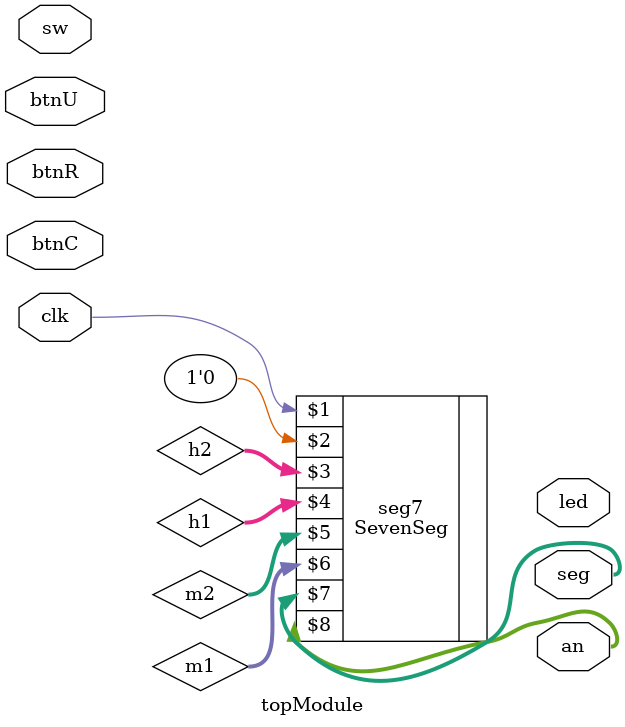
<source format=v>
module topModule (
    input clk, sw, btnC, btnU, btnR,
    output [6:0] seg,
    output [3:0] an,
    output [7:0] led
);
    reg [3:0] s1, s2, m1, m2, h1, h2;

    reg hrup, minup;

    // Make 4 digit can't be catch by human eye
    SevenSeg seg7(clk, 1'b0, h2, h1, m2, m1, seg, an); //HH:MM
    
    reg [24:0] clkCounter = 0;
    reg oneSecAlready; // 1 = 1second; 0 = not one sec yet
    localparam onesec = 100_000_00; // 1 second

    always @(posedge clk) begin
        clkCounter <= clkCounter + 1;
        if (clkCounter == onesec) begin
            clkCounter <= 0;
            oneSecAlready = 1;
        end
        else oneSecAlready = 0;
    end

    
    
endmodule
</source>
